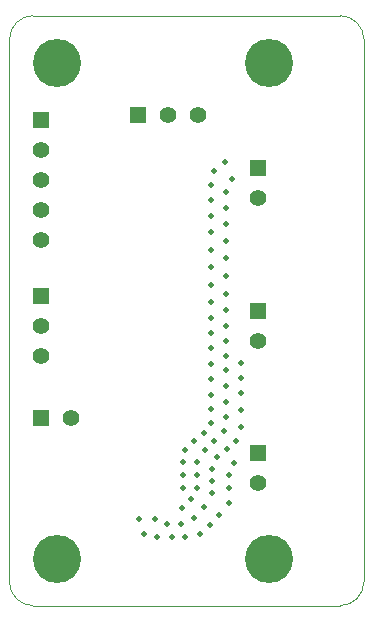
<source format=gbs>
G04 #@! TF.FileFunction,Soldermask,Bot*
%FSLAX46Y46*%
G04 Gerber Fmt 4.6, Leading zero omitted, Abs format (unit mm)*
G04 Created by KiCad (PCBNEW 0.201501172016+5377~20~ubuntu14.04.1-product) date Sun 18 Jan 2015 11:08:57 AM PST*
%MOMM*%
G01*
G04 APERTURE LIST*
%ADD10C,0.100000*%
%ADD11R,1.397000X1.397000*%
%ADD12C,1.397000*%
%ADD13C,4.064000*%
%ADD14C,0.500000*%
G04 APERTURE END LIST*
D10*
X128000000Y-99950000D02*
G75*
G03X130000000Y-97950000I0J2000000D01*
G01*
X100000000Y-97950000D02*
G75*
G03X102000000Y-99950000I2000000J0D01*
G01*
X130000000Y-52000000D02*
G75*
G03X128000000Y-50000000I-2000000J0D01*
G01*
X102000000Y-50000000D02*
G75*
G03X100000000Y-52000000I0J-2000000D01*
G01*
X128000000Y-50000000D02*
X102000000Y-50000000D01*
X130000000Y-97900000D02*
X130000000Y-52000000D01*
X102000000Y-99950000D02*
X128000000Y-99950000D01*
X100000000Y-52000000D02*
X100000000Y-97900000D01*
D11*
X121000000Y-62930000D03*
D12*
X121000000Y-65470000D03*
D13*
X104000000Y-54000000D03*
X122000000Y-54000000D03*
X104000000Y-96000000D03*
X122000000Y-96000000D03*
D11*
X102650000Y-58800000D03*
D12*
X102650000Y-61340000D03*
X102650000Y-63880000D03*
X102650000Y-66420000D03*
X102650000Y-68960000D03*
D11*
X102650000Y-73760000D03*
D12*
X102650000Y-76300000D03*
X102650000Y-78840000D03*
D11*
X110910000Y-58400000D03*
D12*
X113450000Y-58400000D03*
X115990000Y-58400000D03*
D11*
X121000000Y-75030000D03*
D12*
X121000000Y-77570000D03*
D11*
X121000000Y-87030000D03*
D12*
X121000000Y-89570000D03*
D11*
X102630000Y-84100000D03*
D12*
X105170000Y-84100000D03*
D14*
X112350000Y-92650000D03*
X113350000Y-93000000D03*
X114500000Y-93000000D03*
X115600000Y-92550000D03*
X116500000Y-91600000D03*
X117150000Y-90450000D03*
X117150000Y-89400000D03*
X117150000Y-88350000D03*
X117600000Y-87400000D03*
X118400000Y-86700000D03*
X114650000Y-90000000D03*
X114650000Y-88900000D03*
X114650000Y-87800000D03*
X114900000Y-86800000D03*
X115650000Y-86050000D03*
X116450000Y-85300000D03*
X117100000Y-84450000D03*
X117100000Y-83300000D03*
X117100000Y-82100000D03*
X117100000Y-80800000D03*
X117100000Y-79500000D03*
X117100000Y-78150000D03*
X117100000Y-76900000D03*
X117100000Y-75600000D03*
X117100000Y-74250000D03*
X117100000Y-72800000D03*
X117100000Y-71300000D03*
X117100000Y-69800000D03*
X117100000Y-68350000D03*
X117100000Y-67000000D03*
X117100000Y-65600000D03*
X117100000Y-64350000D03*
X117350000Y-63150000D03*
X118250000Y-62400000D03*
X114600000Y-91650000D03*
X115350000Y-90950000D03*
X115850000Y-90000000D03*
X115850000Y-88900000D03*
X115850000Y-87800000D03*
X116550000Y-86800000D03*
X117350000Y-86000000D03*
X118150000Y-85200000D03*
X119150000Y-86000000D03*
X119600000Y-84850000D03*
X118350000Y-83950000D03*
X118350000Y-82700000D03*
X118350000Y-81350000D03*
X118350000Y-80000000D03*
X118350000Y-78800000D03*
X118350000Y-77550000D03*
X118350000Y-76300000D03*
X118350000Y-74950000D03*
X118350000Y-73550000D03*
X118350000Y-72050000D03*
X118350000Y-70550000D03*
X118350000Y-69050000D03*
X118350000Y-67650000D03*
X118350000Y-66250000D03*
X118350000Y-64950000D03*
X118850000Y-63850000D03*
X119600000Y-83350000D03*
X119600000Y-81950000D03*
X119600000Y-80700000D03*
X119600000Y-79400000D03*
X110950000Y-92650000D03*
X111350000Y-93850000D03*
X112500000Y-94150000D03*
X113750000Y-94150000D03*
X114850000Y-94150000D03*
X116100000Y-93850000D03*
X116950000Y-93100000D03*
X117750000Y-92250000D03*
X118550000Y-91250000D03*
X118550000Y-89950000D03*
X118550000Y-88850000D03*
X119000000Y-87900000D03*
M02*

</source>
